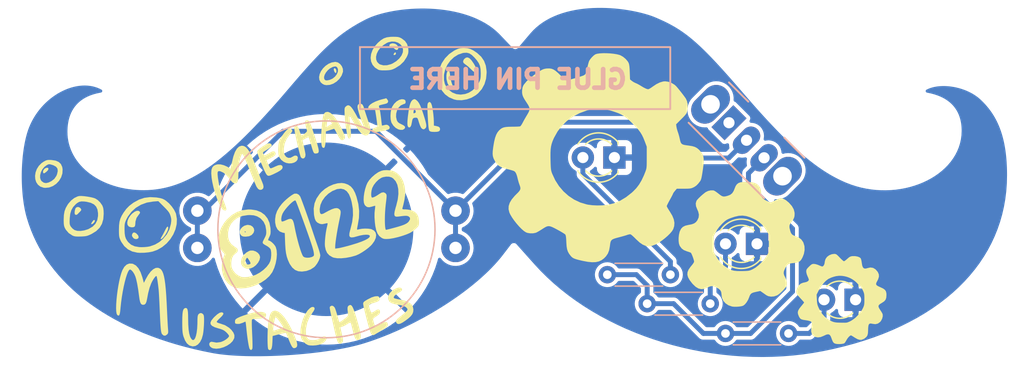
<source format=kicad_pcb>
(kicad_pcb (version 20211014) (generator pcbnew)
  (layers (0 "F.Cu" signal) (31 "B.Cu" signal) (34 "B.Paste" user) (35 "F.Paste" user) (36 "B.SilkS" user "B.Silkscreen") (37 "F.SilkS" user "F.Silkscreen") (38 "B.Mask" user) (39 "F.Mask" user) (44 "Edge.Cuts" user))
  (net 0 "")
  (net 1 "Net-(D1-Pad2)")
  (net 2 "Net-(BT1-Pad1)")
  (net 3 "GND")
  (net 4 "Net-(D2-Pad2)")
  (net 5 "Net-(D3-Pad2)")
  (net 6 "Net-(R1-Pad2)")
  (footprint "LED_THT:LED_D3.0mm" (layer "F.Cu") (at 202 85.21 180)
    (fp_text reference "D3" hide)
    (fp_text value "LED" hide)
    (pad "1" thru_hole rect locked (at 0 0 180) (size 1.8 1.8) (drill 0.9) (layers *.Cu *.Mask) (net 3 "GND"))
    (pad "2" thru_hole circle locked (at 2.54 0 180) (size 1.8 1.8) (drill 0.9) (layers *.Cu *.Mask) (net 5 "Net-(D3-Pad2)"))
  )
  (footprint "LED_THT:LED_D3.0mm" (layer "F.Cu") (at 213.49 92.17 180)
    (fp_text reference "De" hide)
    (fp_text value "LED" hide)
    (pad "1" thru_hole rect locked (at 0 0 180) (size 1.8 1.8) (drill 0.9) (layers *.Cu *.Mask) (net 3 "GND"))
    (pad "2" thru_hole circle locked (at 2.54 0 180) (size 1.8 1.8) (drill 0.9) (layers *.Cu *.Mask) (net 4 "Net-(D2-Pad2)"))
  )
  (footprint "LED_THT:LED_D3.0mm" (layer "F.Cu") (at 221.43 96.68 180)
    (fp_text reference "D1" hide)
    (fp_text value "LED" hide)
    (pad "1" thru_hole rect locked (at 0 0 180) (size 1.8 1.8) (drill 0.9) (layers *.Cu *.Mask) (net 3 "GND"))
    (pad "2" thru_hole circle locked (at 2.54 0 180) (size 1.8 1.8) (drill 0.9) (layers *.Cu *.Mask) (net 1 "Net-(D1-Pad2)"))
  )
  (footprint "Symbol:mustache_gears" (layer "F.Cu") (at 208.04 88.53)
    (fp_text reference "G***" hide)
    (fp_text value "LOGO" hide)
  )
  (footprint "Symbol:mustache name" (layer "F.Cu") (at 201.005894 102.0425)
    (fp_text reference "G***" hide)
    (fp_text value "LOGO" hide)
  )
  (footprint "Resistor_THT:R_Axial_DIN0204_L3.6mm_D1.6mm_P5.08mm_Horizontal" (layer "B.Cu") (at 206.51 94.66 180)
    (fp_text reference "R3" hide)
    (fp_text value "220R" hide)
    (pad "1" thru_hole circle locked (at 0 0 180) (size 1.4 1.4) (drill 0.7) (layers *.Cu *.Mask) (net 5 "Net-(D3-Pad2)"))
    (pad "2" thru_hole oval locked (at 5.08 0 180) (size 1.4 1.4) (drill 0.7) (layers *.Cu *.Mask) (net 6 "Net-(R1-Pad2)"))
  )
  (footprint "Button_Switch_THT:SW_CuK_OS102011MA1QN1_SPDT_Angled" (layer "B.Cu") (at 211.23 82.4 -45)
    (fp_text reference "SW1" hide)
    (fp_text value "SW_SPDT" hide)
    (pad "" thru_hole oval locked (at -2.1 0 315) (size 2.2 3.5) (drill 1.5) (layers *.Cu *.Mask))
    (pad "" thru_hole oval locked (at 6.1 0 315) (size 2.2 3.5) (drill 1.5) (layers *.Cu *.Mask))
    (pad "1" thru_hole rect locked (at 0 0 315) (size 1.5 2.5) (drill 0.9) (layers *.Cu *.Mask))
    (pad "2" thru_hole oval locked (at 2 0 315) (size 1.5 2.5) (drill 0.9) (layers *.Cu *.Mask) (net 2 "Net-(BT1-Pad1)"))
    (pad "3" thru_hole oval locked (at 4 0 315) (size 1.5 2.5) (drill 0.9) (layers *.Cu *.Mask) (net 6 "Net-(R1-Pad2)"))
  )
  (footprint "Battery:Battery_Contact_CR2032_CoinCell" (layer "B.Cu") (at 178.8 91 180)
    (fp_text reference "BT1" hide)
    (fp_text value "Battery_Cell" hide)
    (pad "1" thru_hole circle (at -10.4 -1.5 180) (size 2.3 2.3) (drill 1) (layers *.Cu *.Mask) (net 2 "Net-(BT1-Pad1)"))
    (pad "1" thru_hole circle (at 10.4 -1.5 180) (size 2.3 2.3) (drill 1) (layers *.Cu *.Mask) (net 2 "Net-(BT1-Pad1)"))
    (pad "1" thru_hole circle (at -10.4 1.5 180) (size 2.3 2.3) (drill 1) (layers *.Cu *.Mask) (net 2 "Net-(BT1-Pad1)"))
    (pad "1" thru_hole circle (at 10.4 1.5 180) (size 2.3 2.3) (drill 1) (layers *.Cu *.Mask) (net 2 "Net-(BT1-Pad1)"))
    (pad "2" smd circle (at 0 0 180) (size 14 14) (layers "B.Cu" "B.Paste" "B.Mask") (net 3 "GND") (thermal_gap 2.3))
  )
  (footprint "Resistor_THT:R_Axial_DIN0204_L3.6mm_D1.6mm_P5.08mm_Horizontal" (layer "B.Cu") (at 216.03 99.4 180)
    (fp_text reference "R1" hide)
    (fp_text value "220R" hide)
    (pad "1" thru_hole circle locked (at 0 0 180) (size 1.4 1.4) (drill 0.7) (layers *.Cu *.Mask) (net 1 "Net-(D1-Pad2)"))
    (pad "2" thru_hole oval locked (at 5.08 0 180) (size 1.4 1.4) (drill 0.7) (layers *.Cu *.Mask) (net 6 "Net-(R1-Pad2)"))
  )
  (footprint "Resistor_THT:R_Axial_DIN0204_L3.6mm_D1.6mm_P5.08mm_Horizontal" (layer "B.Cu") (at 209.72 97 180)
    (fp_text reference "R2" hide)
    (fp_text value "220R" hide)
    (pad "1" thru_hole circle locked (at 0 0 180) (size 1.4 1.4) (drill 0.7) (layers *.Cu *.Mask) (net 4 "Net-(D2-Pad2)"))
    (pad "2" thru_hole oval locked (at 5.08 0 180) (size 1.4 1.4) (drill 0.7) (layers *.Cu *.Mask) (net 6 "Net-(R1-Pad2)"))
  )
  (gr_rect (start 181.5 81.3) (end 206.5 76.3) (layer "B.SilkS") (width 0.15) (fill none))
  (gr_curve (pts (xy 220.806375 86.969346) (xy 224.849861 88.643226) (xy 229.675744 86.513219) (xy 229.675744 83.054297)) (layer "Edge.Cuts") (width 0.00031))
  (gr_curve (pts (xy 181.948829 100.477655) (xy 178.856954 101.445996) (xy 172.545952 101.850376) (xy 169.527759 101.273134)) (layer "Edge.Cuts") (width 0.00031))
  (gr_line (start 193.896762 92.413657) (end 193.255402 93.252022) (layer "Edge.Cuts") (width 0.00031))
  (gr_line (start 194.015607 76.160265) (end 195 75) (layer "Edge.Cuts") (width 0.00031))
  (gr_curve (pts (xy 154.566308 82.658988) (xy 155.714926 79.779528) (xy 159.006063 78.230604) (xy 161.051698 79.606976)) (layer "Edge.Cuts") (width 0.00031))
  (gr_curve (pts (xy 218.868983 101.123155) (xy 210.252646 102.818957) (xy 200.570706 99.899132) (xy 195.333022 94.024528)) (layer "Edge.Cuts") (width 0.00031))
  (gr_curve (pts (xy 229.675744 83.054297) (xy 229.675744 81.527016) (xy 228.852521 80.603441) (xy 227.205645 80.283971)) (layer "Edge.Cuts") (width 0.00031))
  (gr_line (start 192.904588 74.99464) (end 194.015607 76.160265) (layer "Edge.Cuts") (width 0.00031))
  (gr_curve (pts (xy 175.412217 79.590114) (xy 178.170817 76.344718) (xy 179.448501 75.019493) (xy 181.807571 73.810852)) (layer "Edge.Cuts") (width 0.00031))
  (gr_curve (pts (xy 161.051698 79.606976) (xy 161.295638 79.764466) (xy 161.575245 80.104398) (xy 160.548387 80.292082)) (layer "Edge.Cuts") (width 0.00031))
  (gr_curve (pts (xy 158.234217 83.143018) (xy 158.234217 85.631199) (xy 160.804572 87.55791) (xy 164.102366 87.541288)) (layer "Edge.Cuts") (width 0.00031))
  (gr_curve (pts (xy 227.205645 80.283971) (xy 226.84468 80.219163) (xy 226.088786 80.016357) (xy 226.855061 79.55542)) (layer "Edge.Cuts") (width 0.00031))
  (gr_curve (pts (xy 193.255402 93.252022) (xy 191.110814 96.054602) (xy 186.343362 99.100993) (xy 181.948829 100.477655)) (layer "Edge.Cuts") (width 0.00031))
  (gr_line (start 195.333022 94.024528) (end 193.896762 92.413657) (layer "Edge.Cuts") (width 0.00031))
  (gr_curve (pts (xy 154.370987 90.166696) (xy 153.740461 87.997985) (xy 153.831429 84.501258) (xy 154.566308 82.658988)) (layer "Edge.Cuts") (width 0.00031))
  (gr_curve (pts (xy 181.807571 73.810852) (xy 184.16664 72.602201) (xy 190.082058 72.19831) (xy 192.904588 74.99464)) (layer "Edge.Cuts") (width 0.00031))
  (gr_curve (pts (xy 233.933996 86.636615) (xy 233.938997 93.862648) (xy 228.326445 99.261463) (xy 218.868983 101.123155)) (layer "Edge.Cuts") (width 0.00031))
  (gr_line (start 169.527759 101.273134) (end 169.527759 101.273134) (layer "Edge.Cuts") (width 0.00031))
  (gr_curve (pts (xy 226.855061 79.55542) (xy 228.081125 78.775822) (xy 230.429018 79.136967) (xy 231.683495 80.298273)) (layer "Edge.Cuts") (width 0.00031))
  (gr_curve (pts (xy 160.548387 80.292082) (xy 159.009956 80.590549) (xy 158.234217 81.546269) (xy 158.234217 83.143018)) (layer "Edge.Cuts") (width 0.00031))
  (gr_curve (pts (xy 169.527759 101.273134) (xy 161.477549 99.734272) (xy 155.981697 95.706928) (xy 154.370987 90.166696)) (layer "Edge.Cuts") (width 0.00031))
  (gr_curve (pts (xy 164.102366 87.541288) (xy 167.451874 87.524086) (xy 170.473471 85.40017) (xy 175.412217 79.590114)) (layer "Edge.Cuts") (width 0.00031))
  (gr_curve (pts (xy 205.261433 73.562931) (xy 207.832314 74.619153) (xy 208.994829 75.612587) (xy 212.692131 79.913304)) (layer "Edge.Cuts") (width 0.00031))
  (gr_curve (pts (xy 231.683495 80.298273) (xy 233.24665 81.745163) (xy 233.931166 83.673254) (xy 233.933996 86.636615)) (layer "Edge.Cuts") (width 0.00031))
  (gr_curve (pts (xy 195 75) (xy 197.522635 72.026879) (xy 203.034324 72.713725) (xy 205.261433 73.562931)) (layer "Edge.Cuts") (width 0.00031))
  (gr_curve (pts (xy 212.692131 79.913304) (xy 216.252646 84.054942) (xy 218.511389 86.019028) (xy 220.806375 86.969346)) (layer "Edge.Cuts") (width 0.00031))
  (gr_text "GLUE PIN HERE" (at 194.2 78.9) (layer "B.SilkS") (effects (font (size 1.5 1.5) (thickness 0.375)) (justify mirror)))
  (segment (start 216.03 99.4) (end 217.7 99.4) (width 0.4) (layer "B.Cu") (net 1))
  (segment (start 218.89 98.21) (end 218.89 96.68) (width 0.4) (layer "B.Cu") (net 1))
  (segment (start 217.7 99.4) (end 218.89 98.21) (width 0.4) (layer "B.Cu") (net 1))
  (segment (start 175.31 83.09) (end 182.79 83.09) (width 0.4) (layer "B.Cu") (net 2))
  (segment (start 182.79 83.09) (end 189.2 89.5) (width 0.4) (layer "B.Cu") (net 2))
  (segment (start 168.4 89.5) (end 168.9 89.5) (width 0.4) (layer "B.Cu") (net 2))
  (segment (start 189.2 92.5) (end 189.2 89.5) (width 0.4) (layer "B.Cu") (net 2))
  (segment (start 168.4 92.5) (end 168.4 89.5) (width 0.4) (layer "B.Cu") (net 2))
  (segment (start 206.95 85.25) (end 211.208428 85.25) (width 0.4) (layer "B.Cu") (net 2))
  (segment (start 211.208428 85.25) (end 212.644214 83.814214) (width 0.4) (layer "B.Cu") (net 2))
  (segment (start 168.9 89.5) (end 175.31 83.09) (width 0.4) (layer "B.Cu") (net 2))
  (segment (start 204.06 82.36) (end 206.95 85.25) (width 0.4) (layer "B.Cu") (net 2))
  (segment (start 189.2 89.5) (end 196.34 82.36) (width 0.4) (layer "B.Cu") (net 2))
  (segment (start 196.34 82.36) (end 204.06 82.36) (width 0.4) (layer "B.Cu") (net 2))
  (segment (start 209.72 97) (end 209.72 95.23) (width 0.4) (layer "B.Cu") (net 4))
  (segment (start 210.95 94) (end 210.95 92.17) (width 0.4) (layer "B.Cu") (net 4))
  (segment (start 209.72 95.23) (end 210.95 94) (width 0.4) (layer "B.Cu") (net 4))
  (segment (start 199.46 86.55) (end 199.46 85.21) (width 0.4) (layer "B.Cu") (net 5))
  (segment (start 206.51 94.66) (end 206.51 93.6) (width 0.4) (layer "B.Cu") (net 5))
  (segment (start 206.51 93.6) (end 199.46 86.55) (width 0.4) (layer "B.Cu") (net 5))
  (segment (start 216.35 96.02) (end 212.97 99.4) (width 0.4) (layer "B.Cu") (net 6))
  (segment (start 204.64 97) (end 206.77 97) (width 0.4) (layer "B.Cu") (net 6))
  (segment (start 212.8 87.4) (end 216.35 90.95) (width 0.4) (layer "B.Cu") (net 6))
  (segment (start 214.058427 85.228427) (end 212.8 86.486854) (width 0.4) (layer "B.Cu") (net 6))
  (segment (start 212.97 99.4) (end 210.95 99.4) (width 0.4) (layer "B.Cu") (net 6))
  (segment (start 212.8 86.486854) (end 212.8 87.4) (width 0.4) (layer "B.Cu") (net 6))
  (segment (start 206.77 97) (end 209.17 99.4) (width 0.4) (layer "B.Cu") (net 6))
  (segment (start 204.64 95.53) (end 204.64 97) (width 0.4) (layer "B.Cu") (net 6))
  (segment (start 203.77 94.66) (end 204.64 95.53) (width 0.4) (layer "B.Cu") (net 6))
  (segment (start 201.43 94.66) (end 203.77 94.66) (width 0.4) (layer "B.Cu") (net 6))
  (segment (start 216.35 90.95) (end 216.35 96.02) (width 0.4) (layer "B.Cu") (net 6))
  (segment (start 209.17 99.4) (end 210.95 99.4) (width 0.4) (layer "B.Cu") (net 6))
  (zone (net 3) (net_name "GND") (layer "B.Cu") (connect_pads (clearance 0.3)) (min_thickness 0.254) (fill yes (thermal_gap 0.508) (thermal_bridge_width 0.508))
    (polygon (pts (xy 235 102.5) (xy 152.5 102.5) (xy 152.5 72.5) (xy 235 72.5)))
  )
)
</source>
